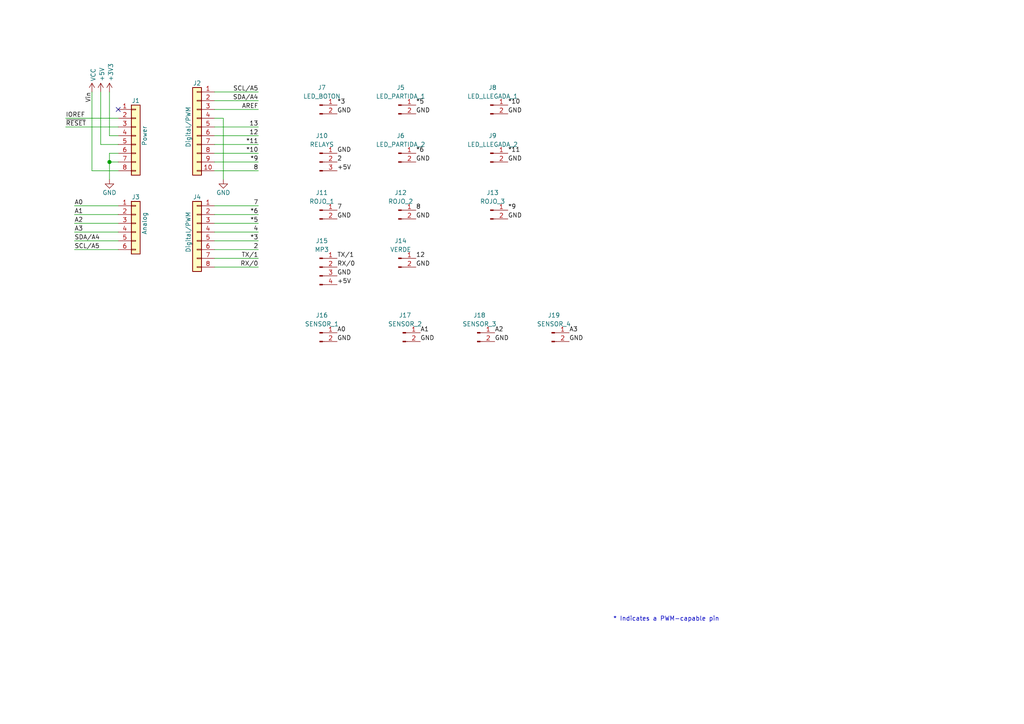
<source format=kicad_sch>
(kicad_sch (version 20230121) (generator eeschema)

  (uuid e63e39d7-6ac0-4ffd-8aa3-1841a4541b55)

  (paper "A4")

  (title_block
    (date "mar. 31 mars 2015")
  )

  (lib_symbols
    (symbol "Connector:Conn_01x02_Pin" (pin_names (offset 1.016) hide) (in_bom yes) (on_board yes)
      (property "Reference" "J" (at 0 2.54 0)
        (effects (font (size 1.27 1.27)))
      )
      (property "Value" "Conn_01x02_Pin" (at 0 -5.08 0)
        (effects (font (size 1.27 1.27)))
      )
      (property "Footprint" "" (at 0 0 0)
        (effects (font (size 1.27 1.27)) hide)
      )
      (property "Datasheet" "~" (at 0 0 0)
        (effects (font (size 1.27 1.27)) hide)
      )
      (property "ki_locked" "" (at 0 0 0)
        (effects (font (size 1.27 1.27)))
      )
      (property "ki_keywords" "connector" (at 0 0 0)
        (effects (font (size 1.27 1.27)) hide)
      )
      (property "ki_description" "Generic connector, single row, 01x02, script generated" (at 0 0 0)
        (effects (font (size 1.27 1.27)) hide)
      )
      (property "ki_fp_filters" "Connector*:*_1x??_*" (at 0 0 0)
        (effects (font (size 1.27 1.27)) hide)
      )
      (symbol "Conn_01x02_Pin_1_1"
        (polyline
          (pts
            (xy 1.27 -2.54)
            (xy 0.8636 -2.54)
          )
          (stroke (width 0.1524) (type default))
          (fill (type none))
        )
        (polyline
          (pts
            (xy 1.27 0)
            (xy 0.8636 0)
          )
          (stroke (width 0.1524) (type default))
          (fill (type none))
        )
        (rectangle (start 0.8636 -2.413) (end 0 -2.667)
          (stroke (width 0.1524) (type default))
          (fill (type outline))
        )
        (rectangle (start 0.8636 0.127) (end 0 -0.127)
          (stroke (width 0.1524) (type default))
          (fill (type outline))
        )
        (pin passive line (at 5.08 0 180) (length 3.81)
          (name "Pin_1" (effects (font (size 1.27 1.27))))
          (number "1" (effects (font (size 1.27 1.27))))
        )
        (pin passive line (at 5.08 -2.54 180) (length 3.81)
          (name "Pin_2" (effects (font (size 1.27 1.27))))
          (number "2" (effects (font (size 1.27 1.27))))
        )
      )
    )
    (symbol "Connector:Conn_01x03_Pin" (pin_names (offset 1.016) hide) (in_bom yes) (on_board yes)
      (property "Reference" "J" (at 0 5.08 0)
        (effects (font (size 1.27 1.27)))
      )
      (property "Value" "Conn_01x03_Pin" (at 0 -5.08 0)
        (effects (font (size 1.27 1.27)))
      )
      (property "Footprint" "" (at 0 0 0)
        (effects (font (size 1.27 1.27)) hide)
      )
      (property "Datasheet" "~" (at 0 0 0)
        (effects (font (size 1.27 1.27)) hide)
      )
      (property "ki_locked" "" (at 0 0 0)
        (effects (font (size 1.27 1.27)))
      )
      (property "ki_keywords" "connector" (at 0 0 0)
        (effects (font (size 1.27 1.27)) hide)
      )
      (property "ki_description" "Generic connector, single row, 01x03, script generated" (at 0 0 0)
        (effects (font (size 1.27 1.27)) hide)
      )
      (property "ki_fp_filters" "Connector*:*_1x??_*" (at 0 0 0)
        (effects (font (size 1.27 1.27)) hide)
      )
      (symbol "Conn_01x03_Pin_1_1"
        (polyline
          (pts
            (xy 1.27 -2.54)
            (xy 0.8636 -2.54)
          )
          (stroke (width 0.1524) (type default))
          (fill (type none))
        )
        (polyline
          (pts
            (xy 1.27 0)
            (xy 0.8636 0)
          )
          (stroke (width 0.1524) (type default))
          (fill (type none))
        )
        (polyline
          (pts
            (xy 1.27 2.54)
            (xy 0.8636 2.54)
          )
          (stroke (width 0.1524) (type default))
          (fill (type none))
        )
        (rectangle (start 0.8636 -2.413) (end 0 -2.667)
          (stroke (width 0.1524) (type default))
          (fill (type outline))
        )
        (rectangle (start 0.8636 0.127) (end 0 -0.127)
          (stroke (width 0.1524) (type default))
          (fill (type outline))
        )
        (rectangle (start 0.8636 2.667) (end 0 2.413)
          (stroke (width 0.1524) (type default))
          (fill (type outline))
        )
        (pin passive line (at 5.08 2.54 180) (length 3.81)
          (name "Pin_1" (effects (font (size 1.27 1.27))))
          (number "1" (effects (font (size 1.27 1.27))))
        )
        (pin passive line (at 5.08 0 180) (length 3.81)
          (name "Pin_2" (effects (font (size 1.27 1.27))))
          (number "2" (effects (font (size 1.27 1.27))))
        )
        (pin passive line (at 5.08 -2.54 180) (length 3.81)
          (name "Pin_3" (effects (font (size 1.27 1.27))))
          (number "3" (effects (font (size 1.27 1.27))))
        )
      )
    )
    (symbol "Connector:Conn_01x04_Pin" (pin_names (offset 1.016) hide) (in_bom yes) (on_board yes)
      (property "Reference" "J" (at 0 5.08 0)
        (effects (font (size 1.27 1.27)))
      )
      (property "Value" "Conn_01x04_Pin" (at 0 -7.62 0)
        (effects (font (size 1.27 1.27)))
      )
      (property "Footprint" "" (at 0 0 0)
        (effects (font (size 1.27 1.27)) hide)
      )
      (property "Datasheet" "~" (at 0 0 0)
        (effects (font (size 1.27 1.27)) hide)
      )
      (property "ki_locked" "" (at 0 0 0)
        (effects (font (size 1.27 1.27)))
      )
      (property "ki_keywords" "connector" (at 0 0 0)
        (effects (font (size 1.27 1.27)) hide)
      )
      (property "ki_description" "Generic connector, single row, 01x04, script generated" (at 0 0 0)
        (effects (font (size 1.27 1.27)) hide)
      )
      (property "ki_fp_filters" "Connector*:*_1x??_*" (at 0 0 0)
        (effects (font (size 1.27 1.27)) hide)
      )
      (symbol "Conn_01x04_Pin_1_1"
        (polyline
          (pts
            (xy 1.27 -5.08)
            (xy 0.8636 -5.08)
          )
          (stroke (width 0.1524) (type default))
          (fill (type none))
        )
        (polyline
          (pts
            (xy 1.27 -2.54)
            (xy 0.8636 -2.54)
          )
          (stroke (width 0.1524) (type default))
          (fill (type none))
        )
        (polyline
          (pts
            (xy 1.27 0)
            (xy 0.8636 0)
          )
          (stroke (width 0.1524) (type default))
          (fill (type none))
        )
        (polyline
          (pts
            (xy 1.27 2.54)
            (xy 0.8636 2.54)
          )
          (stroke (width 0.1524) (type default))
          (fill (type none))
        )
        (rectangle (start 0.8636 -4.953) (end 0 -5.207)
          (stroke (width 0.1524) (type default))
          (fill (type outline))
        )
        (rectangle (start 0.8636 -2.413) (end 0 -2.667)
          (stroke (width 0.1524) (type default))
          (fill (type outline))
        )
        (rectangle (start 0.8636 0.127) (end 0 -0.127)
          (stroke (width 0.1524) (type default))
          (fill (type outline))
        )
        (rectangle (start 0.8636 2.667) (end 0 2.413)
          (stroke (width 0.1524) (type default))
          (fill (type outline))
        )
        (pin passive line (at 5.08 2.54 180) (length 3.81)
          (name "Pin_1" (effects (font (size 1.27 1.27))))
          (number "1" (effects (font (size 1.27 1.27))))
        )
        (pin passive line (at 5.08 0 180) (length 3.81)
          (name "Pin_2" (effects (font (size 1.27 1.27))))
          (number "2" (effects (font (size 1.27 1.27))))
        )
        (pin passive line (at 5.08 -2.54 180) (length 3.81)
          (name "Pin_3" (effects (font (size 1.27 1.27))))
          (number "3" (effects (font (size 1.27 1.27))))
        )
        (pin passive line (at 5.08 -5.08 180) (length 3.81)
          (name "Pin_4" (effects (font (size 1.27 1.27))))
          (number "4" (effects (font (size 1.27 1.27))))
        )
      )
    )
    (symbol "Connector_Generic:Conn_01x06" (pin_names (offset 1.016) hide) (in_bom yes) (on_board yes)
      (property "Reference" "J" (at 0 7.62 0)
        (effects (font (size 1.27 1.27)))
      )
      (property "Value" "Conn_01x06" (at 0 -10.16 0)
        (effects (font (size 1.27 1.27)))
      )
      (property "Footprint" "" (at 0 0 0)
        (effects (font (size 1.27 1.27)) hide)
      )
      (property "Datasheet" "~" (at 0 0 0)
        (effects (font (size 1.27 1.27)) hide)
      )
      (property "ki_keywords" "connector" (at 0 0 0)
        (effects (font (size 1.27 1.27)) hide)
      )
      (property "ki_description" "Generic connector, single row, 01x06, script generated (kicad-library-utils/schlib/autogen/connector/)" (at 0 0 0)
        (effects (font (size 1.27 1.27)) hide)
      )
      (property "ki_fp_filters" "Connector*:*_1x??_*" (at 0 0 0)
        (effects (font (size 1.27 1.27)) hide)
      )
      (symbol "Conn_01x06_1_1"
        (rectangle (start -1.27 -7.493) (end 0 -7.747)
          (stroke (width 0.1524) (type default))
          (fill (type none))
        )
        (rectangle (start -1.27 -4.953) (end 0 -5.207)
          (stroke (width 0.1524) (type default))
          (fill (type none))
        )
        (rectangle (start -1.27 -2.413) (end 0 -2.667)
          (stroke (width 0.1524) (type default))
          (fill (type none))
        )
        (rectangle (start -1.27 0.127) (end 0 -0.127)
          (stroke (width 0.1524) (type default))
          (fill (type none))
        )
        (rectangle (start -1.27 2.667) (end 0 2.413)
          (stroke (width 0.1524) (type default))
          (fill (type none))
        )
        (rectangle (start -1.27 5.207) (end 0 4.953)
          (stroke (width 0.1524) (type default))
          (fill (type none))
        )
        (rectangle (start -1.27 6.35) (end 1.27 -8.89)
          (stroke (width 0.254) (type default))
          (fill (type background))
        )
        (pin passive line (at -5.08 5.08 0) (length 3.81)
          (name "Pin_1" (effects (font (size 1.27 1.27))))
          (number "1" (effects (font (size 1.27 1.27))))
        )
        (pin passive line (at -5.08 2.54 0) (length 3.81)
          (name "Pin_2" (effects (font (size 1.27 1.27))))
          (number "2" (effects (font (size 1.27 1.27))))
        )
        (pin passive line (at -5.08 0 0) (length 3.81)
          (name "Pin_3" (effects (font (size 1.27 1.27))))
          (number "3" (effects (font (size 1.27 1.27))))
        )
        (pin passive line (at -5.08 -2.54 0) (length 3.81)
          (name "Pin_4" (effects (font (size 1.27 1.27))))
          (number "4" (effects (font (size 1.27 1.27))))
        )
        (pin passive line (at -5.08 -5.08 0) (length 3.81)
          (name "Pin_5" (effects (font (size 1.27 1.27))))
          (number "5" (effects (font (size 1.27 1.27))))
        )
        (pin passive line (at -5.08 -7.62 0) (length 3.81)
          (name "Pin_6" (effects (font (size 1.27 1.27))))
          (number "6" (effects (font (size 1.27 1.27))))
        )
      )
    )
    (symbol "Connector_Generic:Conn_01x08" (pin_names (offset 1.016) hide) (in_bom yes) (on_board yes)
      (property "Reference" "J" (at 0 10.16 0)
        (effects (font (size 1.27 1.27)))
      )
      (property "Value" "Conn_01x08" (at 0 -12.7 0)
        (effects (font (size 1.27 1.27)))
      )
      (property "Footprint" "" (at 0 0 0)
        (effects (font (size 1.27 1.27)) hide)
      )
      (property "Datasheet" "~" (at 0 0 0)
        (effects (font (size 1.27 1.27)) hide)
      )
      (property "ki_keywords" "connector" (at 0 0 0)
        (effects (font (size 1.27 1.27)) hide)
      )
      (property "ki_description" "Generic connector, single row, 01x08, script generated (kicad-library-utils/schlib/autogen/connector/)" (at 0 0 0)
        (effects (font (size 1.27 1.27)) hide)
      )
      (property "ki_fp_filters" "Connector*:*_1x??_*" (at 0 0 0)
        (effects (font (size 1.27 1.27)) hide)
      )
      (symbol "Conn_01x08_1_1"
        (rectangle (start -1.27 -10.033) (end 0 -10.287)
          (stroke (width 0.1524) (type default))
          (fill (type none))
        )
        (rectangle (start -1.27 -7.493) (end 0 -7.747)
          (stroke (width 0.1524) (type default))
          (fill (type none))
        )
        (rectangle (start -1.27 -4.953) (end 0 -5.207)
          (stroke (width 0.1524) (type default))
          (fill (type none))
        )
        (rectangle (start -1.27 -2.413) (end 0 -2.667)
          (stroke (width 0.1524) (type default))
          (fill (type none))
        )
        (rectangle (start -1.27 0.127) (end 0 -0.127)
          (stroke (width 0.1524) (type default))
          (fill (type none))
        )
        (rectangle (start -1.27 2.667) (end 0 2.413)
          (stroke (width 0.1524) (type default))
          (fill (type none))
        )
        (rectangle (start -1.27 5.207) (end 0 4.953)
          (stroke (width 0.1524) (type default))
          (fill (type none))
        )
        (rectangle (start -1.27 7.747) (end 0 7.493)
          (stroke (width 0.1524) (type default))
          (fill (type none))
        )
        (rectangle (start -1.27 8.89) (end 1.27 -11.43)
          (stroke (width 0.254) (type default))
          (fill (type background))
        )
        (pin passive line (at -5.08 7.62 0) (length 3.81)
          (name "Pin_1" (effects (font (size 1.27 1.27))))
          (number "1" (effects (font (size 1.27 1.27))))
        )
        (pin passive line (at -5.08 5.08 0) (length 3.81)
          (name "Pin_2" (effects (font (size 1.27 1.27))))
          (number "2" (effects (font (size 1.27 1.27))))
        )
        (pin passive line (at -5.08 2.54 0) (length 3.81)
          (name "Pin_3" (effects (font (size 1.27 1.27))))
          (number "3" (effects (font (size 1.27 1.27))))
        )
        (pin passive line (at -5.08 0 0) (length 3.81)
          (name "Pin_4" (effects (font (size 1.27 1.27))))
          (number "4" (effects (font (size 1.27 1.27))))
        )
        (pin passive line (at -5.08 -2.54 0) (length 3.81)
          (name "Pin_5" (effects (font (size 1.27 1.27))))
          (number "5" (effects (font (size 1.27 1.27))))
        )
        (pin passive line (at -5.08 -5.08 0) (length 3.81)
          (name "Pin_6" (effects (font (size 1.27 1.27))))
          (number "6" (effects (font (size 1.27 1.27))))
        )
        (pin passive line (at -5.08 -7.62 0) (length 3.81)
          (name "Pin_7" (effects (font (size 1.27 1.27))))
          (number "7" (effects (font (size 1.27 1.27))))
        )
        (pin passive line (at -5.08 -10.16 0) (length 3.81)
          (name "Pin_8" (effects (font (size 1.27 1.27))))
          (number "8" (effects (font (size 1.27 1.27))))
        )
      )
    )
    (symbol "Connector_Generic:Conn_01x10" (pin_names (offset 1.016) hide) (in_bom yes) (on_board yes)
      (property "Reference" "J" (at 0 12.7 0)
        (effects (font (size 1.27 1.27)))
      )
      (property "Value" "Conn_01x10" (at 0 -15.24 0)
        (effects (font (size 1.27 1.27)))
      )
      (property "Footprint" "" (at 0 0 0)
        (effects (font (size 1.27 1.27)) hide)
      )
      (property "Datasheet" "~" (at 0 0 0)
        (effects (font (size 1.27 1.27)) hide)
      )
      (property "ki_keywords" "connector" (at 0 0 0)
        (effects (font (size 1.27 1.27)) hide)
      )
      (property "ki_description" "Generic connector, single row, 01x10, script generated (kicad-library-utils/schlib/autogen/connector/)" (at 0 0 0)
        (effects (font (size 1.27 1.27)) hide)
      )
      (property "ki_fp_filters" "Connector*:*_1x??_*" (at 0 0 0)
        (effects (font (size 1.27 1.27)) hide)
      )
      (symbol "Conn_01x10_1_1"
        (rectangle (start -1.27 -12.573) (end 0 -12.827)
          (stroke (width 0.1524) (type default))
          (fill (type none))
        )
        (rectangle (start -1.27 -10.033) (end 0 -10.287)
          (stroke (width 0.1524) (type default))
          (fill (type none))
        )
        (rectangle (start -1.27 -7.493) (end 0 -7.747)
          (stroke (width 0.1524) (type default))
          (fill (type none))
        )
        (rectangle (start -1.27 -4.953) (end 0 -5.207)
          (stroke (width 0.1524) (type default))
          (fill (type none))
        )
        (rectangle (start -1.27 -2.413) (end 0 -2.667)
          (stroke (width 0.1524) (type default))
          (fill (type none))
        )
        (rectangle (start -1.27 0.127) (end 0 -0.127)
          (stroke (width 0.1524) (type default))
          (fill (type none))
        )
        (rectangle (start -1.27 2.667) (end 0 2.413)
          (stroke (width 0.1524) (type default))
          (fill (type none))
        )
        (rectangle (start -1.27 5.207) (end 0 4.953)
          (stroke (width 0.1524) (type default))
          (fill (type none))
        )
        (rectangle (start -1.27 7.747) (end 0 7.493)
          (stroke (width 0.1524) (type default))
          (fill (type none))
        )
        (rectangle (start -1.27 10.287) (end 0 10.033)
          (stroke (width 0.1524) (type default))
          (fill (type none))
        )
        (rectangle (start -1.27 11.43) (end 1.27 -13.97)
          (stroke (width 0.254) (type default))
          (fill (type background))
        )
        (pin passive line (at -5.08 10.16 0) (length 3.81)
          (name "Pin_1" (effects (font (size 1.27 1.27))))
          (number "1" (effects (font (size 1.27 1.27))))
        )
        (pin passive line (at -5.08 -12.7 0) (length 3.81)
          (name "Pin_10" (effects (font (size 1.27 1.27))))
          (number "10" (effects (font (size 1.27 1.27))))
        )
        (pin passive line (at -5.08 7.62 0) (length 3.81)
          (name "Pin_2" (effects (font (size 1.27 1.27))))
          (number "2" (effects (font (size 1.27 1.27))))
        )
        (pin passive line (at -5.08 5.08 0) (length 3.81)
          (name "Pin_3" (effects (font (size 1.27 1.27))))
          (number "3" (effects (font (size 1.27 1.27))))
        )
        (pin passive line (at -5.08 2.54 0) (length 3.81)
          (name "Pin_4" (effects (font (size 1.27 1.27))))
          (number "4" (effects (font (size 1.27 1.27))))
        )
        (pin passive line (at -5.08 0 0) (length 3.81)
          (name "Pin_5" (effects (font (size 1.27 1.27))))
          (number "5" (effects (font (size 1.27 1.27))))
        )
        (pin passive line (at -5.08 -2.54 0) (length 3.81)
          (name "Pin_6" (effects (font (size 1.27 1.27))))
          (number "6" (effects (font (size 1.27 1.27))))
        )
        (pin passive line (at -5.08 -5.08 0) (length 3.81)
          (name "Pin_7" (effects (font (size 1.27 1.27))))
          (number "7" (effects (font (size 1.27 1.27))))
        )
        (pin passive line (at -5.08 -7.62 0) (length 3.81)
          (name "Pin_8" (effects (font (size 1.27 1.27))))
          (number "8" (effects (font (size 1.27 1.27))))
        )
        (pin passive line (at -5.08 -10.16 0) (length 3.81)
          (name "Pin_9" (effects (font (size 1.27 1.27))))
          (number "9" (effects (font (size 1.27 1.27))))
        )
      )
    )
    (symbol "power:+3V3" (power) (pin_names (offset 0)) (in_bom yes) (on_board yes)
      (property "Reference" "#PWR" (at 0 -3.81 0)
        (effects (font (size 1.27 1.27)) hide)
      )
      (property "Value" "+3V3" (at 0 3.556 0)
        (effects (font (size 1.27 1.27)))
      )
      (property "Footprint" "" (at 0 0 0)
        (effects (font (size 1.27 1.27)) hide)
      )
      (property "Datasheet" "" (at 0 0 0)
        (effects (font (size 1.27 1.27)) hide)
      )
      (property "ki_keywords" "power-flag" (at 0 0 0)
        (effects (font (size 1.27 1.27)) hide)
      )
      (property "ki_description" "Power symbol creates a global label with name \"+3V3\"" (at 0 0 0)
        (effects (font (size 1.27 1.27)) hide)
      )
      (symbol "+3V3_0_1"
        (polyline
          (pts
            (xy -0.762 1.27)
            (xy 0 2.54)
          )
          (stroke (width 0) (type default))
          (fill (type none))
        )
        (polyline
          (pts
            (xy 0 0)
            (xy 0 2.54)
          )
          (stroke (width 0) (type default))
          (fill (type none))
        )
        (polyline
          (pts
            (xy 0 2.54)
            (xy 0.762 1.27)
          )
          (stroke (width 0) (type default))
          (fill (type none))
        )
      )
      (symbol "+3V3_1_1"
        (pin power_in line (at 0 0 90) (length 0) hide
          (name "+3V3" (effects (font (size 1.27 1.27))))
          (number "1" (effects (font (size 1.27 1.27))))
        )
      )
    )
    (symbol "power:+5V" (power) (pin_names (offset 0)) (in_bom yes) (on_board yes)
      (property "Reference" "#PWR" (at 0 -3.81 0)
        (effects (font (size 1.27 1.27)) hide)
      )
      (property "Value" "+5V" (at 0 3.556 0)
        (effects (font (size 1.27 1.27)))
      )
      (property "Footprint" "" (at 0 0 0)
        (effects (font (size 1.27 1.27)) hide)
      )
      (property "Datasheet" "" (at 0 0 0)
        (effects (font (size 1.27 1.27)) hide)
      )
      (property "ki_keywords" "power-flag" (at 0 0 0)
        (effects (font (size 1.27 1.27)) hide)
      )
      (property "ki_description" "Power symbol creates a global label with name \"+5V\"" (at 0 0 0)
        (effects (font (size 1.27 1.27)) hide)
      )
      (symbol "+5V_0_1"
        (polyline
          (pts
            (xy -0.762 1.27)
            (xy 0 2.54)
          )
          (stroke (width 0) (type default))
          (fill (type none))
        )
        (polyline
          (pts
            (xy 0 0)
            (xy 0 2.54)
          )
          (stroke (width 0) (type default))
          (fill (type none))
        )
        (polyline
          (pts
            (xy 0 2.54)
            (xy 0.762 1.27)
          )
          (stroke (width 0) (type default))
          (fill (type none))
        )
      )
      (symbol "+5V_1_1"
        (pin power_in line (at 0 0 90) (length 0) hide
          (name "+5V" (effects (font (size 1.27 1.27))))
          (number "1" (effects (font (size 1.27 1.27))))
        )
      )
    )
    (symbol "power:GND" (power) (pin_names (offset 0)) (in_bom yes) (on_board yes)
      (property "Reference" "#PWR" (at 0 -6.35 0)
        (effects (font (size 1.27 1.27)) hide)
      )
      (property "Value" "GND" (at 0 -3.81 0)
        (effects (font (size 1.27 1.27)))
      )
      (property "Footprint" "" (at 0 0 0)
        (effects (font (size 1.27 1.27)) hide)
      )
      (property "Datasheet" "" (at 0 0 0)
        (effects (font (size 1.27 1.27)) hide)
      )
      (property "ki_keywords" "power-flag" (at 0 0 0)
        (effects (font (size 1.27 1.27)) hide)
      )
      (property "ki_description" "Power symbol creates a global label with name \"GND\" , ground" (at 0 0 0)
        (effects (font (size 1.27 1.27)) hide)
      )
      (symbol "GND_0_1"
        (polyline
          (pts
            (xy 0 0)
            (xy 0 -1.27)
            (xy 1.27 -1.27)
            (xy 0 -2.54)
            (xy -1.27 -1.27)
            (xy 0 -1.27)
          )
          (stroke (width 0) (type default))
          (fill (type none))
        )
      )
      (symbol "GND_1_1"
        (pin power_in line (at 0 0 270) (length 0) hide
          (name "GND" (effects (font (size 1.27 1.27))))
          (number "1" (effects (font (size 1.27 1.27))))
        )
      )
    )
    (symbol "power:VCC" (power) (pin_names (offset 0)) (in_bom yes) (on_board yes)
      (property "Reference" "#PWR" (at 0 -3.81 0)
        (effects (font (size 1.27 1.27)) hide)
      )
      (property "Value" "VCC" (at 0 3.81 0)
        (effects (font (size 1.27 1.27)))
      )
      (property "Footprint" "" (at 0 0 0)
        (effects (font (size 1.27 1.27)) hide)
      )
      (property "Datasheet" "" (at 0 0 0)
        (effects (font (size 1.27 1.27)) hide)
      )
      (property "ki_keywords" "power-flag" (at 0 0 0)
        (effects (font (size 1.27 1.27)) hide)
      )
      (property "ki_description" "Power symbol creates a global label with name \"VCC\"" (at 0 0 0)
        (effects (font (size 1.27 1.27)) hide)
      )
      (symbol "VCC_0_1"
        (polyline
          (pts
            (xy -0.762 1.27)
            (xy 0 2.54)
          )
          (stroke (width 0) (type default))
          (fill (type none))
        )
        (polyline
          (pts
            (xy 0 0)
            (xy 0 2.54)
          )
          (stroke (width 0) (type default))
          (fill (type none))
        )
        (polyline
          (pts
            (xy 0 2.54)
            (xy 0.762 1.27)
          )
          (stroke (width 0) (type default))
          (fill (type none))
        )
      )
      (symbol "VCC_1_1"
        (pin power_in line (at 0 0 90) (length 0) hide
          (name "VCC" (effects (font (size 1.27 1.27))))
          (number "1" (effects (font (size 1.27 1.27))))
        )
      )
    )
  )

  (junction (at 31.75 46.99) (diameter 1.016) (color 0 0 0 0)
    (uuid 3dcc657b-55a1-48e0-9667-e01e7b6b08b5)
  )

  (no_connect (at 34.29 31.75) (uuid d181157c-7812-47e5-a0cf-9580c905fc86))

  (wire (pts (xy 62.23 77.47) (xy 74.93 77.47))
    (stroke (width 0) (type solid))
    (uuid 010ba307-2067-49d3-b0fa-6414143f3fc2)
  )
  (wire (pts (xy 62.23 44.45) (xy 74.93 44.45))
    (stroke (width 0) (type solid))
    (uuid 09480ba4-37da-45e3-b9fe-6beebf876349)
  )
  (wire (pts (xy 62.23 26.67) (xy 74.93 26.67))
    (stroke (width 0) (type solid))
    (uuid 0f5d2189-4ead-42fa-8f7a-cfa3af4de132)
  )
  (wire (pts (xy 31.75 44.45) (xy 31.75 46.99))
    (stroke (width 0) (type solid))
    (uuid 1c31b835-925f-4a5c-92df-8f2558bb711b)
  )
  (wire (pts (xy 21.59 72.39) (xy 34.29 72.39))
    (stroke (width 0) (type solid))
    (uuid 20854542-d0b0-4be7-af02-0e5fceb34e01)
  )
  (wire (pts (xy 31.75 46.99) (xy 31.75 52.07))
    (stroke (width 0) (type solid))
    (uuid 2df788b2-ce68-49bc-a497-4b6570a17f30)
  )
  (wire (pts (xy 31.75 39.37) (xy 34.29 39.37))
    (stroke (width 0) (type solid))
    (uuid 3334b11d-5a13-40b4-a117-d693c543e4ab)
  )
  (wire (pts (xy 29.21 41.91) (xy 34.29 41.91))
    (stroke (width 0) (type solid))
    (uuid 3661f80c-fef8-4441-83be-df8930b3b45e)
  )
  (wire (pts (xy 29.21 26.67) (xy 29.21 41.91))
    (stroke (width 0) (type solid))
    (uuid 392bf1f6-bf67-427d-8d4c-0a87cb757556)
  )
  (wire (pts (xy 62.23 36.83) (xy 74.93 36.83))
    (stroke (width 0) (type solid))
    (uuid 4227fa6f-c399-4f14-8228-23e39d2b7e7d)
  )
  (wire (pts (xy 31.75 26.67) (xy 31.75 39.37))
    (stroke (width 0) (type solid))
    (uuid 442fb4de-4d55-45de-bc27-3e6222ceb890)
  )
  (wire (pts (xy 62.23 59.69) (xy 74.93 59.69))
    (stroke (width 0) (type solid))
    (uuid 4455ee2e-5642-42c1-a83b-f7e65fa0c2f1)
  )
  (wire (pts (xy 34.29 59.69) (xy 21.59 59.69))
    (stroke (width 0) (type solid))
    (uuid 486ca832-85f4-4989-b0f4-569faf9be534)
  )
  (wire (pts (xy 62.23 39.37) (xy 74.93 39.37))
    (stroke (width 0) (type solid))
    (uuid 4a910b57-a5cd-4105-ab4f-bde2a80d4f00)
  )
  (wire (pts (xy 62.23 62.23) (xy 74.93 62.23))
    (stroke (width 0) (type solid))
    (uuid 4e60e1af-19bd-45a0-b418-b7030b594dde)
  )
  (wire (pts (xy 62.23 46.99) (xy 74.93 46.99))
    (stroke (width 0) (type solid))
    (uuid 63f2b71b-521b-4210-bf06-ed65e330fccc)
  )
  (wire (pts (xy 62.23 67.31) (xy 74.93 67.31))
    (stroke (width 0) (type solid))
    (uuid 6bb3ea5f-9e60-4add-9d97-244be2cf61d2)
  )
  (wire (pts (xy 19.05 34.29) (xy 34.29 34.29))
    (stroke (width 0) (type solid))
    (uuid 73d4774c-1387-4550-b580-a1cc0ac89b89)
  )
  (wire (pts (xy 64.77 34.29) (xy 64.77 52.07))
    (stroke (width 0) (type solid))
    (uuid 84ce350c-b0c1-4e69-9ab2-f7ec7b8bb312)
  )
  (wire (pts (xy 62.23 31.75) (xy 74.93 31.75))
    (stroke (width 0) (type solid))
    (uuid 8a3d35a2-f0f6-4dec-a606-7c8e288ca828)
  )
  (wire (pts (xy 34.29 64.77) (xy 21.59 64.77))
    (stroke (width 0) (type solid))
    (uuid 9377eb1a-3b12-438c-8ebd-f86ace1e8d25)
  )
  (wire (pts (xy 19.05 36.83) (xy 34.29 36.83))
    (stroke (width 0) (type solid))
    (uuid 93e52853-9d1e-4afe-aee8-b825ab9f5d09)
  )
  (wire (pts (xy 34.29 46.99) (xy 31.75 46.99))
    (stroke (width 0) (type solid))
    (uuid 97df9ac9-dbb8-472e-b84f-3684d0eb5efc)
  )
  (wire (pts (xy 34.29 49.53) (xy 26.67 49.53))
    (stroke (width 0) (type solid))
    (uuid a7518f9d-05df-4211-ba17-5d615f04ec46)
  )
  (wire (pts (xy 21.59 62.23) (xy 34.29 62.23))
    (stroke (width 0) (type solid))
    (uuid aab97e46-23d6-4cbf-8684-537b94306d68)
  )
  (wire (pts (xy 62.23 34.29) (xy 64.77 34.29))
    (stroke (width 0) (type solid))
    (uuid bcbc7302-8a54-4b9b-98b9-f277f1b20941)
  )
  (wire (pts (xy 34.29 44.45) (xy 31.75 44.45))
    (stroke (width 0) (type solid))
    (uuid c12796ad-cf20-466f-9ab3-9cf441392c32)
  )
  (wire (pts (xy 62.23 41.91) (xy 74.93 41.91))
    (stroke (width 0) (type solid))
    (uuid c722a1ff-12f1-49e5-88a4-44ffeb509ca2)
  )
  (wire (pts (xy 62.23 64.77) (xy 74.93 64.77))
    (stroke (width 0) (type solid))
    (uuid cfe99980-2d98-4372-b495-04c53027340b)
  )
  (wire (pts (xy 21.59 67.31) (xy 34.29 67.31))
    (stroke (width 0) (type solid))
    (uuid d3042136-2605-44b2-aebb-5484a9c90933)
  )
  (wire (pts (xy 62.23 29.21) (xy 74.93 29.21))
    (stroke (width 0) (type solid))
    (uuid e7278977-132b-4777-9eb4-7d93363a4379)
  )
  (wire (pts (xy 62.23 72.39) (xy 74.93 72.39))
    (stroke (width 0) (type solid))
    (uuid e9bdd59b-3252-4c44-a357-6fa1af0c210c)
  )
  (wire (pts (xy 62.23 69.85) (xy 74.93 69.85))
    (stroke (width 0) (type solid))
    (uuid ec76dcc9-9949-4dda-bd76-046204829cb4)
  )
  (wire (pts (xy 62.23 74.93) (xy 74.93 74.93))
    (stroke (width 0) (type solid))
    (uuid f853d1d4-c722-44df-98bf-4a6114204628)
  )
  (wire (pts (xy 26.67 49.53) (xy 26.67 26.67))
    (stroke (width 0) (type solid))
    (uuid f8de70cd-e47d-4e80-8f3a-077e9df93aa8)
  )
  (wire (pts (xy 34.29 69.85) (xy 21.59 69.85))
    (stroke (width 0) (type solid))
    (uuid fc39c32d-65b8-4d16-9db5-de89c54a1206)
  )
  (wire (pts (xy 62.23 49.53) (xy 74.93 49.53))
    (stroke (width 0) (type solid))
    (uuid fe837306-92d0-4847-ad21-76c47ae932d1)
  )

  (text "* Indicates a PWM-capable pin" (at 177.8 180.34 0)
    (effects (font (size 1.27 1.27)) (justify left bottom))
    (uuid c364973a-9a67-4667-8185-a3a5c6c6cbdf)
  )

  (label "RX{slash}0" (at 74.93 77.47 180) (fields_autoplaced)
    (effects (font (size 1.27 1.27)) (justify right bottom))
    (uuid 01ea9310-cf66-436b-9b89-1a2f4237b59e)
  )
  (label "+5V" (at 97.79 49.53 0) (fields_autoplaced)
    (effects (font (size 1.27 1.27)) (justify left bottom))
    (uuid 02b74575-adf3-46cb-969e-6be77e4111c7)
  )
  (label "*3" (at 97.79 30.48 0) (fields_autoplaced)
    (effects (font (size 1.27 1.27)) (justify left bottom))
    (uuid 0630b338-1a38-4e88-b5a0-198ede798082)
  )
  (label "A2" (at 21.59 64.77 0) (fields_autoplaced)
    (effects (font (size 1.27 1.27)) (justify left bottom))
    (uuid 09251fd4-af37-4d86-8951-1faaac710ffa)
  )
  (label "4" (at 74.93 67.31 180) (fields_autoplaced)
    (effects (font (size 1.27 1.27)) (justify right bottom))
    (uuid 0d8cfe6d-11bf-42b9-9752-f9a5a76bce7e)
  )
  (label "7" (at 97.79 60.96 0) (fields_autoplaced)
    (effects (font (size 1.27 1.27)) (justify left bottom))
    (uuid 119a1591-ecd0-42f2-abbb-1a51cf16ae45)
  )
  (label "*5" (at 120.65 30.48 0) (fields_autoplaced)
    (effects (font (size 1.27 1.27)) (justify left bottom))
    (uuid 20ad3b5d-1125-49d7-a083-9ede3b67d82f)
  )
  (label "2" (at 74.93 72.39 180) (fields_autoplaced)
    (effects (font (size 1.27 1.27)) (justify right bottom))
    (uuid 23f0c933-49f0-4410-a8db-8b017f48dadc)
  )
  (label "GND" (at 97.79 80.01 0) (fields_autoplaced)
    (effects (font (size 1.27 1.27)) (justify left bottom))
    (uuid 26280f20-d345-43a6-b922-63e1a7cf5472)
  )
  (label "A3" (at 21.59 67.31 0) (fields_autoplaced)
    (effects (font (size 1.27 1.27)) (justify left bottom))
    (uuid 2c60ab74-0590-423b-8921-6f3212a358d2)
  )
  (label "13" (at 74.93 36.83 180) (fields_autoplaced)
    (effects (font (size 1.27 1.27)) (justify right bottom))
    (uuid 35bc5b35-b7b2-44d5-bbed-557f428649b2)
  )
  (label "GND" (at 121.92 99.06 0) (fields_autoplaced)
    (effects (font (size 1.27 1.27)) (justify left bottom))
    (uuid 3712a4e6-d2ea-4c0f-8182-3781fc101624)
  )
  (label "12" (at 74.93 39.37 180) (fields_autoplaced)
    (effects (font (size 1.27 1.27)) (justify right bottom))
    (uuid 3ffaa3b1-1d78-4c7b-bdf9-f1a8019c92fd)
  )
  (label "GND" (at 120.65 46.99 0) (fields_autoplaced)
    (effects (font (size 1.27 1.27)) (justify left bottom))
    (uuid 41e19e4a-ad08-49c1-b086-77488d81b986)
  )
  (label "~{RESET}" (at 19.05 36.83 0) (fields_autoplaced)
    (effects (font (size 1.27 1.27)) (justify left bottom))
    (uuid 49585dba-cfa7-4813-841e-9d900d43ecf4)
  )
  (label "A0" (at 97.79 96.52 0) (fields_autoplaced)
    (effects (font (size 1.27 1.27)) (justify left bottom))
    (uuid 4c5fa2ee-fdbc-4a04-9c91-8afb6ba81d26)
  )
  (label "*10" (at 74.93 44.45 180) (fields_autoplaced)
    (effects (font (size 1.27 1.27)) (justify right bottom))
    (uuid 54be04e4-fffa-4f7f-8a5f-d0de81314e8f)
  )
  (label "A1" (at 121.92 96.52 0) (fields_autoplaced)
    (effects (font (size 1.27 1.27)) (justify left bottom))
    (uuid 57e4abee-97f1-4e15-ba17-a1a57dc786a9)
  )
  (label "8" (at 120.65 60.96 0) (fields_autoplaced)
    (effects (font (size 1.27 1.27)) (justify left bottom))
    (uuid 582b8530-29ed-47f1-8a60-192da9644532)
  )
  (label "GND" (at 120.65 63.5 0) (fields_autoplaced)
    (effects (font (size 1.27 1.27)) (justify left bottom))
    (uuid 58fbf978-d5f3-470e-aee5-98cadf66f1f6)
  )
  (label "2" (at 97.79 46.99 0) (fields_autoplaced)
    (effects (font (size 1.27 1.27)) (justify left bottom))
    (uuid 5bf54c19-42c0-4900-b580-e78c14ee76f9)
  )
  (label "GND" (at 147.32 46.99 0) (fields_autoplaced)
    (effects (font (size 1.27 1.27)) (justify left bottom))
    (uuid 6227aa07-5928-4df1-b62c-21e39bd326ea)
  )
  (label "RX{slash}0" (at 97.79 77.47 0) (fields_autoplaced)
    (effects (font (size 1.27 1.27)) (justify left bottom))
    (uuid 623a8fc6-6f2b-4d26-baa9-0db3c4679f97)
  )
  (label "GND" (at 147.32 33.02 0) (fields_autoplaced)
    (effects (font (size 1.27 1.27)) (justify left bottom))
    (uuid 671a2f42-3fd9-4518-9f13-f74f658d5bc1)
  )
  (label "*11" (at 147.32 44.45 0) (fields_autoplaced)
    (effects (font (size 1.27 1.27)) (justify left bottom))
    (uuid 686fd19c-70d3-47a6-86ba-d90a487b4227)
  )
  (label "GND" (at 97.79 44.45 0) (fields_autoplaced)
    (effects (font (size 1.27 1.27)) (justify left bottom))
    (uuid 86280ed5-3d65-42a6-b26c-e3d749d2e9de)
  )
  (label "7" (at 74.93 59.69 180) (fields_autoplaced)
    (effects (font (size 1.27 1.27)) (justify right bottom))
    (uuid 873d2c88-519e-482f-a3ed-2484e5f9417e)
  )
  (label "SDA{slash}A4" (at 74.93 29.21 180) (fields_autoplaced)
    (effects (font (size 1.27 1.27)) (justify right bottom))
    (uuid 8885a9dc-224d-44c5-8601-05c1d9983e09)
  )
  (label "8" (at 74.93 49.53 180) (fields_autoplaced)
    (effects (font (size 1.27 1.27)) (justify right bottom))
    (uuid 89b0e564-e7aa-4224-80c9-3f0614fede8f)
  )
  (label "GND" (at 120.65 33.02 0) (fields_autoplaced)
    (effects (font (size 1.27 1.27)) (justify left bottom))
    (uuid 9614814e-3422-4e77-bd84-6960a32f4b68)
  )
  (label "A2" (at 143.51 96.52 0) (fields_autoplaced)
    (effects (font (size 1.27 1.27)) (justify left bottom))
    (uuid 97301773-5d97-4cd2-bb69-f5f4b0b509ac)
  )
  (label "*11" (at 74.93 41.91 180) (fields_autoplaced)
    (effects (font (size 1.27 1.27)) (justify right bottom))
    (uuid 9ad5a781-2469-4c8f-8abf-a1c3586f7cb7)
  )
  (label "*3" (at 74.93 69.85 180) (fields_autoplaced)
    (effects (font (size 1.27 1.27)) (justify right bottom))
    (uuid 9cccf5f9-68a4-4e61-b418-6185dd6a5f9a)
  )
  (label "12" (at 120.65 74.93 0) (fields_autoplaced)
    (effects (font (size 1.27 1.27)) (justify left bottom))
    (uuid 9cd4d051-256c-4de1-bf13-10cf1a44a2bc)
  )
  (label "*10" (at 147.32 30.48 0) (fields_autoplaced)
    (effects (font (size 1.27 1.27)) (justify left bottom))
    (uuid 9f8f2b28-c79c-40cb-bbbc-826a2fc53de2)
  )
  (label "*6" (at 120.65 44.45 0) (fields_autoplaced)
    (effects (font (size 1.27 1.27)) (justify left bottom))
    (uuid a4d344c4-bac4-4851-8f47-bb0b2fe6b57a)
  )
  (label "A1" (at 21.59 62.23 0) (fields_autoplaced)
    (effects (font (size 1.27 1.27)) (justify left bottom))
    (uuid acc9991b-1bdd-4544-9a08-4037937485cb)
  )
  (label "TX{slash}1" (at 74.93 74.93 180) (fields_autoplaced)
    (effects (font (size 1.27 1.27)) (justify right bottom))
    (uuid ae2c9582-b445-44bd-b371-7fc74f6cf852)
  )
  (label "TX{slash}1" (at 97.79 74.93 0) (fields_autoplaced)
    (effects (font (size 1.27 1.27)) (justify left bottom))
    (uuid b0c06df0-1871-4772-b5ed-907a700142e3)
  )
  (label "GND" (at 120.65 77.47 0) (fields_autoplaced)
    (effects (font (size 1.27 1.27)) (justify left bottom))
    (uuid b270d312-5067-46b0-853a-1d93f35be786)
  )
  (label "A0" (at 21.59 59.69 0) (fields_autoplaced)
    (effects (font (size 1.27 1.27)) (justify left bottom))
    (uuid ba02dc27-26a3-4648-b0aa-06b6dcaf001f)
  )
  (label "AREF" (at 74.93 31.75 180) (fields_autoplaced)
    (effects (font (size 1.27 1.27)) (justify right bottom))
    (uuid bbf52cf8-6d97-4499-a9ee-3657cebcdabf)
  )
  (label "GND" (at 143.51 99.06 0) (fields_autoplaced)
    (effects (font (size 1.27 1.27)) (justify left bottom))
    (uuid bf38e1a6-10df-4a92-9624-2c5b6e15feeb)
  )
  (label "Vin" (at 26.67 26.67 270) (fields_autoplaced)
    (effects (font (size 1.27 1.27)) (justify right bottom))
    (uuid c348793d-eec0-4f33-9b91-2cae8b4224a4)
  )
  (label "*6" (at 74.93 62.23 180) (fields_autoplaced)
    (effects (font (size 1.27 1.27)) (justify right bottom))
    (uuid c775d4e8-c37b-4e73-90c1-1c8d36333aac)
  )
  (label "SCL{slash}A5" (at 74.93 26.67 180) (fields_autoplaced)
    (effects (font (size 1.27 1.27)) (justify right bottom))
    (uuid cba886fc-172a-42fe-8e4c-daace6eaef8e)
  )
  (label "*9" (at 74.93 46.99 180) (fields_autoplaced)
    (effects (font (size 1.27 1.27)) (justify right bottom))
    (uuid ccb58899-a82d-403c-b30b-ee351d622e9c)
  )
  (label "GND" (at 97.79 33.02 0) (fields_autoplaced)
    (effects (font (size 1.27 1.27)) (justify left bottom))
    (uuid cf45b787-8f79-469b-acc4-61f1e1108b34)
  )
  (label "GND" (at 165.1 99.06 0) (fields_autoplaced)
    (effects (font (size 1.27 1.27)) (justify left bottom))
    (uuid d8da522a-f4ff-4989-a2a6-f8f38bf18ceb)
  )
  (label "*5" (at 74.93 64.77 180) (fields_autoplaced)
    (effects (font (size 1.27 1.27)) (justify right bottom))
    (uuid d9a65242-9c26-45cd-9a55-3e69f0d77784)
  )
  (label "IOREF" (at 19.05 34.29 0) (fields_autoplaced)
    (effects (font (size 1.27 1.27)) (justify left bottom))
    (uuid de819ae4-b245-474b-a426-865ba877b8a2)
  )
  (label "GND" (at 147.32 63.5 0) (fields_autoplaced)
    (effects (font (size 1.27 1.27)) (justify left bottom))
    (uuid e370c3a8-5665-4ce0-ac2e-9f3cc11e3b83)
  )
  (label "GND" (at 97.79 63.5 0) (fields_autoplaced)
    (effects (font (size 1.27 1.27)) (justify left bottom))
    (uuid e458a2c4-1f9a-48c6-b778-2e0d09c30986)
  )
  (label "+5V" (at 97.79 82.55 0) (fields_autoplaced)
    (effects (font (size 1.27 1.27)) (justify left bottom))
    (uuid e6442a80-b175-4d42-ae89-7b0f4319abae)
  )
  (label "GND" (at 97.79 99.06 0) (fields_autoplaced)
    (effects (font (size 1.27 1.27)) (justify left bottom))
    (uuid e6bca775-ca7e-4cd7-81ca-f6c9ec77d772)
  )
  (label "SDA{slash}A4" (at 21.59 69.85 0) (fields_autoplaced)
    (effects (font (size 1.27 1.27)) (justify left bottom))
    (uuid e7ce99b8-ca22-4c56-9e55-39d32c709f3c)
  )
  (label "SCL{slash}A5" (at 21.59 72.39 0) (fields_autoplaced)
    (effects (font (size 1.27 1.27)) (justify left bottom))
    (uuid ea5aa60b-a25e-41a1-9e06-c7b6f957567f)
  )
  (label "A3" (at 165.1 96.52 0) (fields_autoplaced)
    (effects (font (size 1.27 1.27)) (justify left bottom))
    (uuid fcce0e49-c35b-490f-b04b-fdefb6a9a007)
  )
  (label "*9" (at 147.32 60.96 0) (fields_autoplaced)
    (effects (font (size 1.27 1.27)) (justify left bottom))
    (uuid fea73bb8-e58d-4e26-8d56-e119bd74041a)
  )

  (symbol (lib_id "Connector_Generic:Conn_01x08") (at 39.37 39.37 0) (unit 1)
    (in_bom yes) (on_board yes) (dnp no)
    (uuid 00000000-0000-0000-0000-000056d71773)
    (property "Reference" "J1" (at 39.37 29.21 0)
      (effects (font (size 1.27 1.27)))
    )
    (property "Value" "Power" (at 41.91 39.37 90)
      (effects (font (size 1.27 1.27)))
    )
    (property "Footprint" "Connector_PinSocket_2.54mm:PinSocket_1x08_P2.54mm_Vertical" (at 39.37 39.37 0)
      (effects (font (size 1.27 1.27)) hide)
    )
    (property "Datasheet" "" (at 39.37 39.37 0)
      (effects (font (size 1.27 1.27)))
    )
    (pin "1" (uuid d4c02b7e-3be7-4193-a989-fb40130f3319))
    (pin "2" (uuid 1d9f20f8-8d42-4e3d-aece-4c12cc80d0d3))
    (pin "3" (uuid 4801b550-c773-45a3-9bc6-15a3e9341f08))
    (pin "4" (uuid fbe5a73e-5be6-45ba-85f2-2891508cd936))
    (pin "5" (uuid 8f0d2977-6611-4bfc-9a74-1791861e9159))
    (pin "6" (uuid 270f30a7-c159-467b-ab5f-aee66a24a8c7))
    (pin "7" (uuid 760eb2a5-8bbd-4298-88f0-2b1528e020ff))
    (pin "8" (uuid 6a44a55c-6ae0-4d79-b4a1-52d3e48a7065))
    (instances
      (project "desigual"
        (path "/e63e39d7-6ac0-4ffd-8aa3-1841a4541b55"
          (reference "J1") (unit 1)
        )
      )
    )
  )

  (symbol (lib_id "power:+3V3") (at 31.75 26.67 0) (unit 1)
    (in_bom yes) (on_board yes) (dnp no)
    (uuid 00000000-0000-0000-0000-000056d71aa9)
    (property "Reference" "#PWR03" (at 31.75 30.48 0)
      (effects (font (size 1.27 1.27)) hide)
    )
    (property "Value" "+3.3V" (at 32.131 23.622 90)
      (effects (font (size 1.27 1.27)) (justify left))
    )
    (property "Footprint" "" (at 31.75 26.67 0)
      (effects (font (size 1.27 1.27)))
    )
    (property "Datasheet" "" (at 31.75 26.67 0)
      (effects (font (size 1.27 1.27)))
    )
    (pin "1" (uuid 25f7f7e2-1fc6-41d8-a14b-2d2742e98c50))
    (instances
      (project "desigual"
        (path "/e63e39d7-6ac0-4ffd-8aa3-1841a4541b55"
          (reference "#PWR03") (unit 1)
        )
      )
    )
  )

  (symbol (lib_id "power:+5V") (at 29.21 26.67 0) (unit 1)
    (in_bom yes) (on_board yes) (dnp no)
    (uuid 00000000-0000-0000-0000-000056d71d10)
    (property "Reference" "#PWR02" (at 29.21 30.48 0)
      (effects (font (size 1.27 1.27)) hide)
    )
    (property "Value" "+5V" (at 29.5656 23.622 90)
      (effects (font (size 1.27 1.27)) (justify left))
    )
    (property "Footprint" "" (at 29.21 26.67 0)
      (effects (font (size 1.27 1.27)))
    )
    (property "Datasheet" "" (at 29.21 26.67 0)
      (effects (font (size 1.27 1.27)))
    )
    (pin "1" (uuid fdd33dcf-399e-4ac6-99f5-9ccff615cf55))
    (instances
      (project "desigual"
        (path "/e63e39d7-6ac0-4ffd-8aa3-1841a4541b55"
          (reference "#PWR02") (unit 1)
        )
      )
    )
  )

  (symbol (lib_id "power:GND") (at 31.75 52.07 0) (unit 1)
    (in_bom yes) (on_board yes) (dnp no)
    (uuid 00000000-0000-0000-0000-000056d721e6)
    (property "Reference" "#PWR04" (at 31.75 58.42 0)
      (effects (font (size 1.27 1.27)) hide)
    )
    (property "Value" "GND" (at 31.75 55.88 0)
      (effects (font (size 1.27 1.27)))
    )
    (property "Footprint" "" (at 31.75 52.07 0)
      (effects (font (size 1.27 1.27)))
    )
    (property "Datasheet" "" (at 31.75 52.07 0)
      (effects (font (size 1.27 1.27)))
    )
    (pin "1" (uuid 87fd47b6-2ebb-4b03-a4f0-be8b5717bf68))
    (instances
      (project "desigual"
        (path "/e63e39d7-6ac0-4ffd-8aa3-1841a4541b55"
          (reference "#PWR04") (unit 1)
        )
      )
    )
  )

  (symbol (lib_id "Connector_Generic:Conn_01x10") (at 57.15 36.83 0) (mirror y) (unit 1)
    (in_bom yes) (on_board yes) (dnp no)
    (uuid 00000000-0000-0000-0000-000056d72368)
    (property "Reference" "J2" (at 57.15 24.13 0)
      (effects (font (size 1.27 1.27)))
    )
    (property "Value" "Digital/PWM" (at 54.61 36.83 90)
      (effects (font (size 1.27 1.27)))
    )
    (property "Footprint" "Connector_PinSocket_2.54mm:PinSocket_1x10_P2.54mm_Vertical" (at 57.15 36.83 0)
      (effects (font (size 1.27 1.27)) hide)
    )
    (property "Datasheet" "" (at 57.15 36.83 0)
      (effects (font (size 1.27 1.27)))
    )
    (pin "1" (uuid 479c0210-c5dd-4420-aa63-d8c5247cc255))
    (pin "10" (uuid 69b11fa8-6d66-48cf-aa54-1a3009033625))
    (pin "2" (uuid 013a3d11-607f-4568-bbac-ce1ce9ce9f7a))
    (pin "3" (uuid 92bea09f-8c05-493b-981e-5298e629b225))
    (pin "4" (uuid 66c1cab1-9206-4430-914c-14dcf23db70f))
    (pin "5" (uuid e264de4a-49ca-4afe-b718-4f94ad734148))
    (pin "6" (uuid 03467115-7f58-481b-9fbc-afb2550dd13c))
    (pin "7" (uuid 9aa9dec0-f260-4bba-a6cf-25f804e6b111))
    (pin "8" (uuid a3a57bae-7391-4e6d-b628-e6aff8f8ed86))
    (pin "9" (uuid 00a2e9f5-f40a-49ba-91e4-cbef19d3b42b))
    (instances
      (project "desigual"
        (path "/e63e39d7-6ac0-4ffd-8aa3-1841a4541b55"
          (reference "J2") (unit 1)
        )
      )
    )
  )

  (symbol (lib_id "power:GND") (at 64.77 52.07 0) (unit 1)
    (in_bom yes) (on_board yes) (dnp no)
    (uuid 00000000-0000-0000-0000-000056d72a3d)
    (property "Reference" "#PWR05" (at 64.77 58.42 0)
      (effects (font (size 1.27 1.27)) hide)
    )
    (property "Value" "GND" (at 64.77 55.88 0)
      (effects (font (size 1.27 1.27)))
    )
    (property "Footprint" "" (at 64.77 52.07 0)
      (effects (font (size 1.27 1.27)))
    )
    (property "Datasheet" "" (at 64.77 52.07 0)
      (effects (font (size 1.27 1.27)))
    )
    (pin "1" (uuid dcc7d892-ae5b-4d8f-ab19-e541f0cf0497))
    (instances
      (project "desigual"
        (path "/e63e39d7-6ac0-4ffd-8aa3-1841a4541b55"
          (reference "#PWR05") (unit 1)
        )
      )
    )
  )

  (symbol (lib_id "Connector_Generic:Conn_01x06") (at 39.37 64.77 0) (unit 1)
    (in_bom yes) (on_board yes) (dnp no)
    (uuid 00000000-0000-0000-0000-000056d72f1c)
    (property "Reference" "J3" (at 39.37 57.15 0)
      (effects (font (size 1.27 1.27)))
    )
    (property "Value" "Analog" (at 41.91 64.77 90)
      (effects (font (size 1.27 1.27)))
    )
    (property "Footprint" "Connector_PinSocket_2.54mm:PinSocket_1x06_P2.54mm_Vertical" (at 39.37 64.77 0)
      (effects (font (size 1.27 1.27)) hide)
    )
    (property "Datasheet" "~" (at 39.37 64.77 0)
      (effects (font (size 1.27 1.27)) hide)
    )
    (pin "1" (uuid 1e1d0a18-dba5-42d5-95e9-627b560e331d))
    (pin "2" (uuid 11423bda-2cc6-48db-b907-033a5ced98b7))
    (pin "3" (uuid 20a4b56c-be89-418e-a029-3b98e8beca2b))
    (pin "4" (uuid 163db149-f951-4db7-8045-a808c21d7a66))
    (pin "5" (uuid d47b8a11-7971-42ed-a188-2ff9f0b98c7a))
    (pin "6" (uuid 57b1224b-fab7-4047-863e-42b792ecf64b))
    (instances
      (project "desigual"
        (path "/e63e39d7-6ac0-4ffd-8aa3-1841a4541b55"
          (reference "J3") (unit 1)
        )
      )
    )
  )

  (symbol (lib_id "Connector_Generic:Conn_01x08") (at 57.15 67.31 0) (mirror y) (unit 1)
    (in_bom yes) (on_board yes) (dnp no)
    (uuid 00000000-0000-0000-0000-000056d734d0)
    (property "Reference" "J4" (at 57.15 57.15 0)
      (effects (font (size 1.27 1.27)))
    )
    (property "Value" "Digital/PWM" (at 54.61 67.31 90)
      (effects (font (size 1.27 1.27)))
    )
    (property "Footprint" "Connector_PinSocket_2.54mm:PinSocket_1x08_P2.54mm_Vertical" (at 57.15 67.31 0)
      (effects (font (size 1.27 1.27)) hide)
    )
    (property "Datasheet" "" (at 57.15 67.31 0)
      (effects (font (size 1.27 1.27)))
    )
    (pin "1" (uuid 5381a37b-26e9-4dc5-a1df-d5846cca7e02))
    (pin "2" (uuid a4e4eabd-ecd9-495d-83e1-d1e1e828ff74))
    (pin "3" (uuid b659d690-5ae4-4e88-8049-6e4694137cd1))
    (pin "4" (uuid 01e4a515-1e76-4ac0-8443-cb9dae94686e))
    (pin "5" (uuid fadf7cf0-7a5e-4d79-8b36-09596a4f1208))
    (pin "6" (uuid 848129ec-e7db-4164-95a7-d7b289ecb7c4))
    (pin "7" (uuid b7a20e44-a4b2-4578-93ae-e5a04c1f0135))
    (pin "8" (uuid c0cfa2f9-a894-4c72-b71e-f8c87c0a0712))
    (instances
      (project "desigual"
        (path "/e63e39d7-6ac0-4ffd-8aa3-1841a4541b55"
          (reference "J4") (unit 1)
        )
      )
    )
  )

  (symbol (lib_id "Connector:Conn_01x02_Pin") (at 92.71 30.48 0) (unit 1)
    (in_bom yes) (on_board yes) (dnp no) (fields_autoplaced)
    (uuid 06668cf4-53ff-48ae-a5e6-ccc66ef27a19)
    (property "Reference" "J7" (at 93.345 25.4 0)
      (effects (font (size 1.27 1.27)))
    )
    (property "Value" "LED_BOTON" (at 93.345 27.94 0)
      (effects (font (size 1.27 1.27)))
    )
    (property "Footprint" "Connector_PinHeader_2.54mm:PinHeader_1x02_P2.54mm_Vertical" (at 92.71 30.48 0)
      (effects (font (size 1.27 1.27)) hide)
    )
    (property "Datasheet" "~" (at 92.71 30.48 0)
      (effects (font (size 1.27 1.27)) hide)
    )
    (pin "1" (uuid 3eed86b3-f302-4673-9926-6b0ed9cfaaec))
    (pin "2" (uuid 9b7eecae-145c-43d3-aa63-cd15134fac43))
    (instances
      (project "desigual"
        (path "/e63e39d7-6ac0-4ffd-8aa3-1841a4541b55"
          (reference "J7") (unit 1)
        )
      )
    )
  )

  (symbol (lib_id "Connector:Conn_01x02_Pin") (at 115.57 74.93 0) (unit 1)
    (in_bom yes) (on_board yes) (dnp no) (fields_autoplaced)
    (uuid 0ec5eeb4-6a76-4a6a-aa6c-422febb6fc87)
    (property "Reference" "J14" (at 116.205 69.85 0)
      (effects (font (size 1.27 1.27)))
    )
    (property "Value" "VERDE" (at 116.205 72.39 0)
      (effects (font (size 1.27 1.27)))
    )
    (property "Footprint" "Connector_PinHeader_2.54mm:PinHeader_1x02_P2.54mm_Vertical" (at 115.57 74.93 0)
      (effects (font (size 1.27 1.27)) hide)
    )
    (property "Datasheet" "~" (at 115.57 74.93 0)
      (effects (font (size 1.27 1.27)) hide)
    )
    (pin "1" (uuid bd26b9d4-54cd-4475-984b-3c69da60846a))
    (pin "2" (uuid f2872e09-4e29-4449-a088-2f17b4eed7a0))
    (instances
      (project "desigual"
        (path "/e63e39d7-6ac0-4ffd-8aa3-1841a4541b55"
          (reference "J14") (unit 1)
        )
      )
    )
  )

  (symbol (lib_id "Connector:Conn_01x02_Pin") (at 160.02 96.52 0) (unit 1)
    (in_bom yes) (on_board yes) (dnp no) (fields_autoplaced)
    (uuid 54a6f46f-848a-4b03-bbc0-ad4d7695d8cd)
    (property "Reference" "J19" (at 160.655 91.44 0)
      (effects (font (size 1.27 1.27)))
    )
    (property "Value" "SENSOR_4" (at 160.655 93.98 0)
      (effects (font (size 1.27 1.27)))
    )
    (property "Footprint" "Connector_PinHeader_2.54mm:PinHeader_1x02_P2.54mm_Vertical" (at 160.02 96.52 0)
      (effects (font (size 1.27 1.27)) hide)
    )
    (property "Datasheet" "~" (at 160.02 96.52 0)
      (effects (font (size 1.27 1.27)) hide)
    )
    (pin "1" (uuid 45db7afd-84e7-4f72-8d2d-a459593833b8))
    (pin "2" (uuid 15515584-df1b-4970-aa5a-2e5a9c122aa6))
    (instances
      (project "desigual"
        (path "/e63e39d7-6ac0-4ffd-8aa3-1841a4541b55"
          (reference "J19") (unit 1)
        )
      )
    )
  )

  (symbol (lib_id "Connector:Conn_01x02_Pin") (at 115.57 60.96 0) (unit 1)
    (in_bom yes) (on_board yes) (dnp no) (fields_autoplaced)
    (uuid 5c8f849d-fa9e-4303-9a7c-a02882764d05)
    (property "Reference" "J12" (at 116.205 55.88 0)
      (effects (font (size 1.27 1.27)))
    )
    (property "Value" "ROJO_2" (at 116.205 58.42 0)
      (effects (font (size 1.27 1.27)))
    )
    (property "Footprint" "Connector_PinHeader_2.54mm:PinHeader_1x02_P2.54mm_Vertical" (at 115.57 60.96 0)
      (effects (font (size 1.27 1.27)) hide)
    )
    (property "Datasheet" "~" (at 115.57 60.96 0)
      (effects (font (size 1.27 1.27)) hide)
    )
    (pin "1" (uuid 99107de6-e363-47da-95af-040cc008eb69))
    (pin "2" (uuid deb4d8fd-d516-452a-a382-383bc363e98b))
    (instances
      (project "desigual"
        (path "/e63e39d7-6ac0-4ffd-8aa3-1841a4541b55"
          (reference "J12") (unit 1)
        )
      )
    )
  )

  (symbol (lib_id "power:VCC") (at 26.67 26.67 0) (unit 1)
    (in_bom yes) (on_board yes) (dnp no)
    (uuid 5ca20c89-dc15-4322-ac65-caf5d0f5fcce)
    (property "Reference" "#PWR01" (at 26.67 30.48 0)
      (effects (font (size 1.27 1.27)) hide)
    )
    (property "Value" "VCC" (at 27.051 23.622 90)
      (effects (font (size 1.27 1.27)) (justify left))
    )
    (property "Footprint" "" (at 26.67 26.67 0)
      (effects (font (size 1.27 1.27)) hide)
    )
    (property "Datasheet" "" (at 26.67 26.67 0)
      (effects (font (size 1.27 1.27)) hide)
    )
    (pin "1" (uuid 6bd03990-0c6f-47aa-a191-9be4dd5032ee))
    (instances
      (project "desigual"
        (path "/e63e39d7-6ac0-4ffd-8aa3-1841a4541b55"
          (reference "#PWR01") (unit 1)
        )
      )
    )
  )

  (symbol (lib_id "Connector:Conn_01x02_Pin") (at 142.24 44.45 0) (unit 1)
    (in_bom yes) (on_board yes) (dnp no) (fields_autoplaced)
    (uuid 674f254b-2387-4909-a06f-fe2f10a7aabf)
    (property "Reference" "J9" (at 142.875 39.37 0)
      (effects (font (size 1.27 1.27)))
    )
    (property "Value" "LED_LLEGADA_2" (at 142.875 41.91 0)
      (effects (font (size 1.27 1.27)))
    )
    (property "Footprint" "Connector_PinHeader_2.54mm:PinHeader_1x02_P2.54mm_Vertical" (at 142.24 44.45 0)
      (effects (font (size 1.27 1.27)) hide)
    )
    (property "Datasheet" "~" (at 142.24 44.45 0)
      (effects (font (size 1.27 1.27)) hide)
    )
    (pin "1" (uuid 86cdb503-a3f0-41fe-9fe6-c13d0f62af21))
    (pin "2" (uuid 3835d33a-3989-4f99-820b-ed6255dead72))
    (instances
      (project "desigual"
        (path "/e63e39d7-6ac0-4ffd-8aa3-1841a4541b55"
          (reference "J9") (unit 1)
        )
      )
    )
  )

  (symbol (lib_id "Connector:Conn_01x02_Pin") (at 115.57 44.45 0) (unit 1)
    (in_bom yes) (on_board yes) (dnp no) (fields_autoplaced)
    (uuid 87310976-5503-45fa-930f-bfb090a5d67c)
    (property "Reference" "J6" (at 116.205 39.37 0)
      (effects (font (size 1.27 1.27)))
    )
    (property "Value" "LED_PARTIDA_2" (at 116.205 41.91 0)
      (effects (font (size 1.27 1.27)))
    )
    (property "Footprint" "Connector_PinHeader_2.54mm:PinHeader_1x02_P2.54mm_Vertical" (at 115.57 44.45 0)
      (effects (font (size 1.27 1.27)) hide)
    )
    (property "Datasheet" "~" (at 115.57 44.45 0)
      (effects (font (size 1.27 1.27)) hide)
    )
    (pin "1" (uuid c0f8c5b5-6ddd-4691-bd3d-7e7137cd1fb8))
    (pin "2" (uuid 96b3fc92-03e7-4d55-aff1-edbb43a66d6f))
    (instances
      (project "desigual"
        (path "/e63e39d7-6ac0-4ffd-8aa3-1841a4541b55"
          (reference "J6") (unit 1)
        )
      )
    )
  )

  (symbol (lib_id "Connector:Conn_01x02_Pin") (at 92.71 60.96 0) (unit 1)
    (in_bom yes) (on_board yes) (dnp no) (fields_autoplaced)
    (uuid 9bce0b01-9806-4e1d-8f11-ee4dded8c52a)
    (property "Reference" "J11" (at 93.345 55.88 0)
      (effects (font (size 1.27 1.27)))
    )
    (property "Value" "ROJO_1" (at 93.345 58.42 0)
      (effects (font (size 1.27 1.27)))
    )
    (property "Footprint" "Connector_PinHeader_2.54mm:PinHeader_1x02_P2.54mm_Vertical" (at 92.71 60.96 0)
      (effects (font (size 1.27 1.27)) hide)
    )
    (property "Datasheet" "~" (at 92.71 60.96 0)
      (effects (font (size 1.27 1.27)) hide)
    )
    (pin "1" (uuid cbab8e87-b26a-48ae-b4df-dfdcfde31e7a))
    (pin "2" (uuid 04fd051b-861b-4cd6-a0ee-33eec4db66a5))
    (instances
      (project "desigual"
        (path "/e63e39d7-6ac0-4ffd-8aa3-1841a4541b55"
          (reference "J11") (unit 1)
        )
      )
    )
  )

  (symbol (lib_id "Connector:Conn_01x02_Pin") (at 142.24 60.96 0) (unit 1)
    (in_bom yes) (on_board yes) (dnp no) (fields_autoplaced)
    (uuid b25dfcea-efb4-4417-8a00-3eeada20657b)
    (property "Reference" "J13" (at 142.875 55.88 0)
      (effects (font (size 1.27 1.27)))
    )
    (property "Value" "ROJO_3" (at 142.875 58.42 0)
      (effects (font (size 1.27 1.27)))
    )
    (property "Footprint" "Connector_PinHeader_2.54mm:PinHeader_1x02_P2.54mm_Vertical" (at 142.24 60.96 0)
      (effects (font (size 1.27 1.27)) hide)
    )
    (property "Datasheet" "~" (at 142.24 60.96 0)
      (effects (font (size 1.27 1.27)) hide)
    )
    (pin "1" (uuid 8716ac88-cd9d-4091-a31e-ee93043127dd))
    (pin "2" (uuid a7d0cb7e-df2d-4ea1-9449-6359fd6c512d))
    (instances
      (project "desigual"
        (path "/e63e39d7-6ac0-4ffd-8aa3-1841a4541b55"
          (reference "J13") (unit 1)
        )
      )
    )
  )

  (symbol (lib_id "Connector:Conn_01x02_Pin") (at 115.57 30.48 0) (unit 1)
    (in_bom yes) (on_board yes) (dnp no) (fields_autoplaced)
    (uuid b4834ec3-5c0a-4498-8774-06f7fae46ee4)
    (property "Reference" "J5" (at 116.205 25.4 0)
      (effects (font (size 1.27 1.27)))
    )
    (property "Value" "LED_PARTIDA_1" (at 116.205 27.94 0)
      (effects (font (size 1.27 1.27)))
    )
    (property "Footprint" "Connector_PinHeader_2.54mm:PinHeader_1x02_P2.54mm_Vertical" (at 115.57 30.48 0)
      (effects (font (size 1.27 1.27)) hide)
    )
    (property "Datasheet" "~" (at 115.57 30.48 0)
      (effects (font (size 1.27 1.27)) hide)
    )
    (pin "1" (uuid 7f4ff3ee-68b4-4abf-8087-93a9be3a1c9e))
    (pin "2" (uuid 9096977b-b11a-4dad-a25f-c49c77e32073))
    (instances
      (project "desigual"
        (path "/e63e39d7-6ac0-4ffd-8aa3-1841a4541b55"
          (reference "J5") (unit 1)
        )
      )
    )
  )

  (symbol (lib_id "Connector:Conn_01x02_Pin") (at 92.71 96.52 0) (unit 1)
    (in_bom yes) (on_board yes) (dnp no) (fields_autoplaced)
    (uuid be485158-86fb-4593-b70f-6f6c467d9457)
    (property "Reference" "J16" (at 93.345 91.44 0)
      (effects (font (size 1.27 1.27)))
    )
    (property "Value" "SENSOR_1" (at 93.345 93.98 0)
      (effects (font (size 1.27 1.27)))
    )
    (property "Footprint" "Connector_PinHeader_2.54mm:PinHeader_1x02_P2.54mm_Vertical" (at 92.71 96.52 0)
      (effects (font (size 1.27 1.27)) hide)
    )
    (property "Datasheet" "~" (at 92.71 96.52 0)
      (effects (font (size 1.27 1.27)) hide)
    )
    (pin "1" (uuid 995d4806-9f42-479b-beb2-0f20ad7fe311))
    (pin "2" (uuid 0d7296e4-4712-4f93-bcb4-541127136fd1))
    (instances
      (project "desigual"
        (path "/e63e39d7-6ac0-4ffd-8aa3-1841a4541b55"
          (reference "J16") (unit 1)
        )
      )
    )
  )

  (symbol (lib_id "Connector:Conn_01x02_Pin") (at 142.24 30.48 0) (unit 1)
    (in_bom yes) (on_board yes) (dnp no) (fields_autoplaced)
    (uuid c6d0be43-ecd6-4138-9f9f-21c8053b9989)
    (property "Reference" "J8" (at 142.875 25.4 0)
      (effects (font (size 1.27 1.27)))
    )
    (property "Value" "LED_LLEGADA_1" (at 142.875 27.94 0)
      (effects (font (size 1.27 1.27)))
    )
    (property "Footprint" "Connector_PinHeader_2.54mm:PinHeader_1x02_P2.54mm_Vertical" (at 142.24 30.48 0)
      (effects (font (size 1.27 1.27)) hide)
    )
    (property "Datasheet" "~" (at 142.24 30.48 0)
      (effects (font (size 1.27 1.27)) hide)
    )
    (pin "1" (uuid 377ae450-66ca-40e9-a3af-d550b39ceb4d))
    (pin "2" (uuid ecde3854-770b-46d4-a395-fd78e24bbfe1))
    (instances
      (project "desigual"
        (path "/e63e39d7-6ac0-4ffd-8aa3-1841a4541b55"
          (reference "J8") (unit 1)
        )
      )
    )
  )

  (symbol (lib_id "Connector:Conn_01x03_Pin") (at 92.71 46.99 0) (unit 1)
    (in_bom yes) (on_board yes) (dnp no) (fields_autoplaced)
    (uuid c97c994e-b923-4b76-bcee-15002d4f8ab6)
    (property "Reference" "J10" (at 93.345 39.37 0)
      (effects (font (size 1.27 1.27)))
    )
    (property "Value" "RELAYS" (at 93.345 41.91 0)
      (effects (font (size 1.27 1.27)))
    )
    (property "Footprint" "Connector_PinHeader_2.54mm:PinHeader_1x03_P2.54mm_Vertical" (at 92.71 46.99 0)
      (effects (font (size 1.27 1.27)) hide)
    )
    (property "Datasheet" "~" (at 92.71 46.99 0)
      (effects (font (size 1.27 1.27)) hide)
    )
    (pin "1" (uuid 62927ba9-8e7d-4616-9ee1-741a52c55f76))
    (pin "2" (uuid 6d4a20b1-577c-42d1-b22b-8167a9110db5))
    (pin "3" (uuid 4c11c23f-0279-4d1c-91df-225dbeab8ed4))
    (instances
      (project "desigual"
        (path "/e63e39d7-6ac0-4ffd-8aa3-1841a4541b55"
          (reference "J10") (unit 1)
        )
      )
    )
  )

  (symbol (lib_id "Connector:Conn_01x04_Pin") (at 92.71 77.47 0) (unit 1)
    (in_bom yes) (on_board yes) (dnp no) (fields_autoplaced)
    (uuid ee37fb95-6a27-4613-9728-504d3c278b2f)
    (property "Reference" "J15" (at 93.345 69.85 0)
      (effects (font (size 1.27 1.27)))
    )
    (property "Value" "MP3" (at 93.345 72.39 0)
      (effects (font (size 1.27 1.27)))
    )
    (property "Footprint" "Connector_PinHeader_2.54mm:PinHeader_1x04_P2.54mm_Vertical" (at 92.71 77.47 0)
      (effects (font (size 1.27 1.27)) hide)
    )
    (property "Datasheet" "~" (at 92.71 77.47 0)
      (effects (font (size 1.27 1.27)) hide)
    )
    (pin "1" (uuid 26aa210b-4829-4820-b822-23e873a66a88))
    (pin "2" (uuid 49ff50ad-3455-4f18-ae14-5243e44bea55))
    (pin "3" (uuid 8e956f2a-1dce-406a-8675-082910b0fe01))
    (pin "4" (uuid f0caf2c0-b483-4a65-989c-38a886b9ed48))
    (instances
      (project "desigual"
        (path "/e63e39d7-6ac0-4ffd-8aa3-1841a4541b55"
          (reference "J15") (unit 1)
        )
      )
    )
  )

  (symbol (lib_id "Connector:Conn_01x02_Pin") (at 138.43 96.52 0) (unit 1)
    (in_bom yes) (on_board yes) (dnp no) (fields_autoplaced)
    (uuid f85e44d0-6f39-4d31-9132-78cba716bf41)
    (property "Reference" "J18" (at 139.065 91.44 0)
      (effects (font (size 1.27 1.27)))
    )
    (property "Value" "SENSOR_3" (at 139.065 93.98 0)
      (effects (font (size 1.27 1.27)))
    )
    (property "Footprint" "Connector_PinHeader_2.54mm:PinHeader_1x02_P2.54mm_Vertical" (at 138.43 96.52 0)
      (effects (font (size 1.27 1.27)) hide)
    )
    (property "Datasheet" "~" (at 138.43 96.52 0)
      (effects (font (size 1.27 1.27)) hide)
    )
    (pin "1" (uuid 7a8f5b80-8f5d-4278-ba72-c451eb8e0739))
    (pin "2" (uuid ce186a97-0b78-4d05-9e94-543022ab057c))
    (instances
      (project "desigual"
        (path "/e63e39d7-6ac0-4ffd-8aa3-1841a4541b55"
          (reference "J18") (unit 1)
        )
      )
    )
  )

  (symbol (lib_id "Connector:Conn_01x02_Pin") (at 116.84 96.52 0) (unit 1)
    (in_bom yes) (on_board yes) (dnp no) (fields_autoplaced)
    (uuid fe3e755a-bccc-433e-a837-e647b94569e2)
    (property "Reference" "J17" (at 117.475 91.44 0)
      (effects (font (size 1.27 1.27)))
    )
    (property "Value" "SENSOR_2" (at 117.475 93.98 0)
      (effects (font (size 1.27 1.27)))
    )
    (property "Footprint" "Connector_PinHeader_2.54mm:PinHeader_1x02_P2.54mm_Vertical" (at 116.84 96.52 0)
      (effects (font (size 1.27 1.27)) hide)
    )
    (property "Datasheet" "~" (at 116.84 96.52 0)
      (effects (font (size 1.27 1.27)) hide)
    )
    (pin "1" (uuid f28f199e-cea0-426c-b293-fae57f7cd3bc))
    (pin "2" (uuid f2787ea7-d361-4edf-b7b7-042e1ea27bbe))
    (instances
      (project "desigual"
        (path "/e63e39d7-6ac0-4ffd-8aa3-1841a4541b55"
          (reference "J17") (unit 1)
        )
      )
    )
  )

  (sheet_instances
    (path "/" (page "1"))
  )
)

</source>
